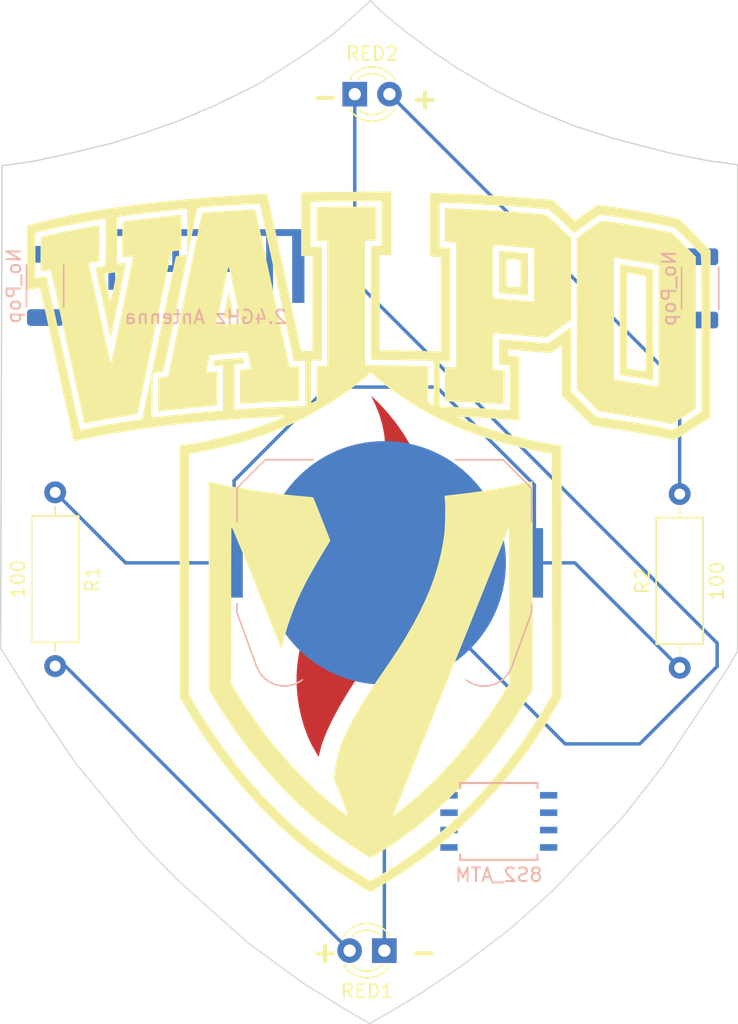
<source format=kicad_pcb>
(kicad_pcb (version 20221018) (generator pcbnew)
  (layers (0 "F.Cu" signal) (31 "B.Cu" signal) (34 "B.Paste" user) (35 "F.Paste" user) (36 "B.SilkS" user "B.Silkscreen") (37 "F.SilkS" user "F.Silkscreen") (38 "B.Mask" user) (39 "F.Mask" user) (44 "Edge.Cuts" user))
  (net 0 "")
  (net 1 "Net-(BT1-+)")
  (net 2 "Net-(BT1--)")
  (net 3 "Net-(RED1-A)")
  (net 4 "Net-(RED2-A)")
  (footprint "Resistor_THT:R_Axial_DIN0309_L9.0mm_D3.2mm_P12.70mm_Horizontal" (layer "F.Cu") (at 101.1428 97.536 90)
    (fp_text reference "R2" (at 6.35 -2.72 90) (layer "F.SilkS"))
    (fp_text value "100" (at 6.35 2.72 90) (layer "F.SilkS"))
    (pad "1" thru_hole circle (at 0 0 90) (size 1.6 1.6) (drill 0.8) (layers "*.Cu" "*.Mask") (net 1 "Net-(BT1-+)"))
    (pad "2" thru_hole oval (at 12.7 0 90) (size 1.6 1.6) (drill 0.8) (layers "*.Cu" "*.Mask") (net 4 "Net-(RED2-A)"))
  )
  (footprint "LED_THT:LED_D3.0mm" (layer "F.Cu") (at 77.3684 55.6006)
    (fp_text reference "RED2" (at 1.27 -2.96) (layer "F.SilkS"))
    (fp_text value "LED")
    (pad "1" thru_hole rect (at 0 0) (size 1.8 1.8) (drill 0.9) (layers "*.Cu" "*.Mask") (net 2 "Net-(BT1--)"))
    (pad "2" thru_hole circle (at 2.54 0) (size 1.8 1.8) (drill 0.9) (layers "*.Cu" "*.Mask") (net 4 "Net-(RED2-A)"))
  )
  (footprint "Advanced_PCB_Layout:Valpo_Logos" (layer "F.Cu") (at 78.3844 88.3158)
    (fp_text reference "G***" hide)
    (fp_text value "Valpo_Logos" hide)
    (fp_poly (pts (xy 0.209287 -10.638753) (xy 0.26789 -10.588608) (xy 0.361897 -10.500197) (xy 0.483334 -10.381587) (xy 0.624222 -10.240848) (xy 0.776586 -10.086048) (xy 0.93245 -9.925256) (xy 1.083837 -9.766541) (xy 1.222771 -9.617972) (xy 1.341276 -9.487617) (xy 1.386175 -9.436632) (xy 1.990964 -8.693675) (xy 2.521787 -7.942013) (xy 2.979071 -7.180907) (xy 3.36324 -6.409617) (xy 3.67472 -5.627406) (xy 3.798819 -5.246916) (xy 4.024309 -4.385047) (xy 4.180021 -3.516123) (xy 4.265757 -2.638797) (xy 4.281317 -1.751722) (xy 4.226499 -0.85355) (xy 4.101104 0.057068) (xy 3.904933 0.981477) (xy 3.637784 1.921027) (xy 3.299459 2.877065) (xy 2.889757 3.850939) (xy 2.408478 4.843995) (xy 2.258943 5.129284) (xy 2.123061 5.381506) (xy 1.987355 5.626958) (xy 1.84822 5.871296) (xy 1.702049 6.120177) (xy 1.54524 6.379259) (xy 1.374186 6.654198) (xy 1.185282 6.950652) (xy 0.974925 7.274277) (xy 0.739508 7.63073) (xy 0.475427 8.025669) (xy 0.179077 8.464749) (xy -0.153147 8.953629) (xy -0.52485 9.497965) (xy -0.52735 9.50162) (xy -1.05926 10.297282) (xy -1.545722 11.062431) (xy -1.985493 11.794661) (xy -2.377329 12.491564) (xy -2.719987 13.150734) (xy -3.012224 13.769766) (xy -3.252795 14.346253) (xy -3.440458 14.877788) (xy -3.573969 15.361964) (xy -3.588089 15.425007) (xy -3.654348 15.730044) (xy -3.810224 15.486893) (xy -4.154953 14.887693) (xy -4.457968 14.235152) (xy -4.717063 13.539464) (xy -4.930032 12.810821) (xy -5.094667 12.059417) (xy -5.208764 11.295444) (xy -5.270115 10.529097) (xy -5.276514 9.770569) (xy -5.225756 9.030051) (xy -5.219598 8.975656) (xy -5.10194 8.189387) (xy -4.930511 7.397224) (xy -4.703329 6.593054) (xy -4.418412 5.770764) (xy -4.073776 4.924242) (xy -3.667439 4.047376) (xy -3.533572 3.778204) (xy -3.415763 3.549753) (xy -3.279455 3.293613) (xy -3.130469 3.019992) (xy -2.974627 2.7391) (xy -2.817751 2.461148) (xy -2.665662 2.196344) (xy -2.524182 1.954899) (xy -2.399131 1.747022) (xy -2.296333 1.582924) (xy -2.221609 1.472814) (xy -2.211121 1.45891) (xy -2.162061 1.388605) (xy -2.080097 1.263061) (xy -1.970742 1.091237) (xy -1.839511 0.882093) (xy -1.691917 0.644588) (xy -1.533474 0.387682) (xy -1.369696 0.120333) (xy -1.206098 -0.148497) (xy -1.048193 -0.409851) (xy -0.901496 -0.654769) (xy -0.77152 -0.874292) (xy -0.703145 -0.99131) (xy -0.280976 -1.748211) (xy 0.084025 -2.467371) (xy 0.394669 -3.155768) (xy 0.653769 -3.820383) (xy 0.864135 -4.468194) (xy 1.028579 -5.10618) (xy 1.105098 -5.480265) (xy 1.138172 -5.713164) (xy 1.163598 -6.001692) (xy 1.181064 -6.327023) (xy 1.190261 -6.670331) (xy 1.190876 -7.01279) (xy 1.182599 -7.335575) (xy 1.165118 -7.619858) (xy 1.143617 -7.811589) (xy 1.003278 -8.538598) (xy 0.797167 -9.246668) (xy 0.52169 -9.947392) (xy 0.399112 -10.212) (xy 0.322996 -10.3703) (xy 0.258648 -10.504934) (xy 0.213174 -10.600982) (xy 0.194066 -10.642562)) (fill solid) (layer "F.Cu"))
  )
  (footprint "Resistor_THT:R_Axial_DIN0309_L9.0mm_D3.2mm_P12.70mm_Horizontal" (layer "F.Cu") (at 55.4482 84.709 -90)
    (fp_text reference "R1" (at 6.35 -2.72 90) (layer "F.SilkS"))
    (fp_text value "100" (at 6.35 2.72 90) (layer "F.SilkS"))
    (pad "1" thru_hole circle (at 0 0 270) (size 1.6 1.6) (drill 0.8) (layers "*.Cu" "*.Mask") (net 1 "Net-(BT1-+)"))
    (pad "2" thru_hole oval (at 12.7 0 270) (size 1.6 1.6) (drill 0.8) (layers "*.Cu" "*.Mask") (net 3 "Net-(RED1-A)"))
  )
  (footprint "LED_THT:LED_D3.0mm" (layer "F.Cu") (at 79.5324 118.2116 180)
    (fp_text reference "RED1" (at 1.27 -2.96) (layer "F.SilkS"))
    (fp_text value "LED")
    (pad "1" thru_hole rect (at 0 0 180) (size 1.8 1.8) (drill 0.9) (layers "*.Cu" "*.Mask") (net 2 "Net-(BT1--)"))
    (pad "2" thru_hole circle (at 2.54 0 180) (size 1.8 1.8) (drill 0.9) (layers "*.Cu" "*.Mask") (net 3 "Net-(RED1-A)"))
  )
  (footprint "Resistor_SMD:R_2010_5025Metric" (layer "B.Cu") (at 54.7116 69.6214 -90)
    (fp_text reference "No_Pop" (at 0 2.28 90) (layer "B.SilkS") (effects (justify mirror)))
    (fp_text value "R_2010_5025Metric" hide)
    (pad "1" smd roundrect (at -2.3125 0 270) (size 1.225 2.65) (layers "B.Cu" "B.Paste" "B.Mask") (roundrect_rratio 0.204082))
    (pad "2" smd roundrect (at 2.3125 0 270) (size 1.225 2.65) (layers "B.Cu" "B.Paste" "B.Mask") (roundrect_rratio 0.204082))
  )
  (footprint "Battery:BatteryHolder_Keystone_3034_1x20mm" (layer "B.Cu") (at 79.5274 89.8652 180)
    (fp_text reference "BT1" hide)
    (fp_text value "3V" hide)
    (pad "1" smd rect (at -10.985 0 180) (size 1.27 5.08) (layers "B.Cu" "B.Paste" "B.Mask") (net 1 "Net-(BT1-+)"))
    (pad "1" smd rect (at 10.985 0 180) (size 1.27 5.08) (layers "B.Cu" "B.Paste" "B.Mask") (net 1 "Net-(BT1-+)"))
    (pad "2" smd circle (at 0 0 180) (size 17.8 17.8) (layers "B.Cu" "B.Mask") (net 2 "Net-(BT1--)"))
  )
  (footprint "Advanced_PCB_Layout:8S2_ATM-L" (layer "B.Cu") (at 87.9094 108.7628 180)
    (fp_text reference "REF**" hide)
    (fp_text value "8S2_ATM" (at 0 -3.9116 unlocked) (layer "B.SilkS") (effects (justify mirror)))
    (pad "1" smd rect (at -3.6449 1.905 180) (size 1.27 0.4826) (layers "B.Cu" "B.Paste" "B.Mask"))
    (pad "2" smd rect (at -3.6449 0.635 180) (size 1.27 0.4826) (layers "B.Cu" "B.Paste" "B.Mask"))
    (pad "3" smd rect (at -3.6449 -0.635 180) (size 1.27 0.4826) (layers "B.Cu" "B.Paste" "B.Mask"))
    (pad "4" smd rect (at -3.6449 -1.905 180) (size 1.27 0.4826) (layers "B.Cu" "B.Paste" "B.Mask"))
    (pad "5" smd rect (at 3.6449 -1.905 180) (size 1.27 0.4826) (layers "B.Cu" "B.Paste" "B.Mask"))
    (pad "6" smd rect (at 3.6449 -0.635 180) (size 1.27 0.4826) (layers "B.Cu" "B.Paste" "B.Mask"))
    (pad "7" smd rect (at 3.6449 0.635 180) (size 1.27 0.4826) (layers "B.Cu" "B.Paste" "B.Mask"))
    (pad "8" smd rect (at 3.6449 1.905 180) (size 1.27 0.4826) (layers "B.Cu" "B.Paste" "B.Mask"))
  )
  (footprint "Antenna_2:2.4GHz_Antenna" (layer "B.Cu") (at 66.921 73.7214 180)
    (fp_text reference "REF**" hide)
    (fp_text value "2.4GHz Antenna" (at 0.465 1.8288 unlocked) (layer "B.SilkS") (effects (justify mirror)))
    (pad "1" smd rect (at -6.317 5.3086 90) (size 4.9 0.9) (layers "B.Cu" "B.Paste" "B.Mask"))
    (pad "1" smd rect (at -4.2672 8.001 180) (size 5 0.5) (layers "B.Cu" "B.Paste" "B.Mask"))
    (pad "1" smd rect (at -4.217 5.3086 90) (size 4.9 0.5) (layers "B.Cu" "B.Paste" "B.Mask"))
    (pad "1" smd rect (at -2.017 6.44 90) (size 2.64 0.5) (layers "B.Cu" "B.Paste" "B.Mask"))
    (pad "1" smd rect (at -0.77 5.37 180) (size 2 0.5) (layers "B.Cu" "B.Paste" "B.Mask"))
    (pad "1" smd rect (at 0.4572 6.44 90) (size 2.64 0.5) (layers "B.Cu" "B.Paste" "B.Mask"))
    (pad "1" smd rect (at 1.5572 8.001 180) (size 2.7 0.5) (layers "B.Cu" "B.Paste" "B.Mask"))
    (pad "1" smd rect (at 2.6572 6.44 90) (size 2.64 0.5) (layers "B.Cu" "B.Paste" "B.Mask"))
    (pad "1" smd rect (at 3.8862 5.37 180) (size 2 0.5) (layers "B.Cu" "B.Paste" "B.Mask"))
    (pad "1" smd rect (at 5.1308 6.44 90) (size 2.64 0.5) (layers "B.Cu" "B.Paste" "B.Mask"))
    (pad "1" smd rect (at 6.2308 8.001 180) (size 2.7 0.5) (layers "B.Cu" "B.Paste" "B.Mask"))
    (pad "1" smd rect (at 7.331 5.785 90) (size 3.94 0.5) (layers "B.Cu" "B.Paste" "B.Mask"))
  )
  (footprint "Resistor_SMD:R_2010_5025Metric" (layer "B.Cu") (at 102.6414 69.7992 -90)
    (fp_text reference "No_Pop" (at 0 2.28 90) (layer "B.SilkS") (effects (justify mirror)))
    (fp_text value "R_2010_5025Metric" hide)
    (pad "1" smd roundrect (at -2.3125 0 270) (size 1.225 2.65) (layers "B.Cu" "B.Paste" "B.Mask") (roundrect_rratio 0.204082))
    (pad "2" smd roundrect (at 2.3125 0 270) (size 1.225 2.65) (layers "B.Cu" "B.Paste" "B.Mask") (roundrect_rratio 0.204082))
  )
  (gr_poly (pts (xy 51.562 60.8076) (xy 51.4604 96.1136) (xy 54.229 100.5078) (xy 56.9214 104.4702) (xy 61.3918 109.9058) (xy 63.3476 111.9886) (xy 64.4906 113.1316) (xy 69.5706 117.6528) (xy 73.533 120.5484) (xy 76.7842 122.5804) (xy 78.4606 123.5456) (xy 80.0862 122.6058) (xy 82.3214 121.2596) (xy 85.1154 119.38) (xy 88.7476 116.6114) (xy 91.8718 113.8174) (xy 96.901 108.5342) (xy 99.8474 104.8004) (xy 104.5718 97.7138) (xy 105.3846 96.3168) (xy 105.3846 60.7568) (xy 103.2764 60.4774) (xy 100.2538 59.8678) (xy 96.3422 58.8518) (xy 93.3958 57.912) (xy 91.9226 57.3024) (xy 90.9574 56.9214) (xy 89.3572 56.1848) (xy 88.1888 55.6006) (xy 87.2998 55.118) (xy 84.8614 53.6956) (xy 84.6836 53.5686) (xy 83.0072 52.451) (xy 81.0514 51.0032) (xy 79.2734 49.53) (xy 78.5114 48.768) (xy 77.8002 49.4284) (xy 75.819 51.181) (xy 73.6854 52.705) (xy 70.2564 54.8894) (xy 67.1068 56.4388) (xy 64.2874 57.6326) (xy 61.5442 58.5724) (xy 59.6138 59.182) (xy 56.261 59.9948) (xy 53.8734 60.5028) (xy 52.0954 60.7568) (xy 51.7906 60.8076)) (stroke (width 0.1)) (fill none) (layer "Edge.Cuts"))
  (gr_text "+" (at 74.0664 119.2022) (layer "F.SilkS") (effects (font (size 1.5 1.5) (thickness 0.3) bold) (justify left bottom)))
  (gr_text "-" (at 81.3054 119.1768) (layer "F.SilkS") (effects (font (size 1.5 1.5) (thickness 0.3) bold) (justify left bottom)))
  (gr_text "-" (at 74.0664 56.642) (layer "F.SilkS") (effects (font (size 1.5 1.5) (thickness 0.3) bold) (justify left bottom)))
  (gr_text "+" (at 81.3816 56.7944) (layer "F.SilkS") (effects (font (size 1.5 1.5) (thickness 0.3) bold) (justify left bottom)))
  (segment (start 75.3872 77.0128) (end 68.5292 83.8708) (width 0.25) (layer "B.Cu") (net 1))
  (segment (start 90.5124 89.8652) (end 93.472 89.8652) (width 0.25) (layer "B.Cu") (net 1))
  (segment (start 90.5124 84.1624) (end 83.3628 77.0128) (width 0.25) (layer "B.Cu") (net 1))
  (segment (start 93.472 89.8652) (end 101.1428 97.536) (width 0.25) (layer "B.Cu") (net 1))
  (segment (start 60.6044 89.8652) (end 55.4482 84.709) (width 0.25) (layer "B.Cu") (net 1))
  (segment (start 68.5424 83.884) (end 68.5424 89.8652) (width 0.25) (layer "B.Cu") (net 1))
  (segment (start 68.5424 89.8652) (end 60.6044 89.8652) (width 0.25) (layer "B.Cu") (net 1))
  (segment (start 83.3628 77.0128) (end 75.3872 77.0128) (width 0.25) (layer "B.Cu") (net 1))
  (segment (start 90.5124 89.8652) (end 90.5124 84.1624) (width 0.25) (layer "B.Cu") (net 1))
  (segment (start 68.5292 83.8708) (end 68.5424 83.884) (width 0.25) (layer "B.Cu") (net 1))
  (segment (start 103.886 97.4344) (end 98.2218 103.0986) (width 0.25) (layer "B.Cu") (net 2))
  (segment (start 79.5324 118.2116) (end 79.5324 89.8702) (width 0.25) (layer "B.Cu") (net 2))
  (segment (start 98.2218 103.0986) (end 92.7608 103.0986) (width 0.25) (layer "B.Cu") (net 2))
  (segment (start 79.5324 89.8702) (end 79.5274 89.8652) (width 0.25) (layer "B.Cu") (net 2))
  (segment (start 77.3684 55.6006) (end 77.3684 69.215) (width 0.25) (layer "B.Cu") (net 2))
  (segment (start 103.886 95.7326) (end 103.886 97.4344) (width 0.25) (layer "B.Cu") (net 2))
  (segment (start 77.3684 69.215) (end 103.886 95.7326) (width 0.25) (layer "B.Cu") (net 2))
  (segment (start 92.7608 103.0986) (end 79.5274 89.8652) (width 0.25) (layer "B.Cu") (net 2))
  (segment (start 76.9924 118.2116) (end 56.1898 97.409) (width 0.25) (layer "B.Cu") (net 3))
  (segment (start 56.1898 97.409) (end 55.4482 97.409) (width 0.25) (layer "B.Cu") (net 3))
  (segment (start 101.1428 76.835) (end 79.9084 55.6006) (width 0.25) (layer "B.Cu") (net 4))
  (segment (start 101.1428 84.836) (end 101.1428 76.835) (width 0.25) (layer "B.Cu") (net 4))
)
</source>
